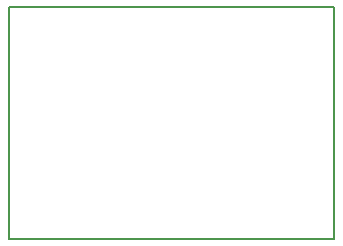
<source format=gm1>
G04 MADE WITH FRITZING*
G04 WWW.FRITZING.ORG*
G04 DOUBLE SIDED*
G04 HOLES PLATED*
G04 CONTOUR ON CENTER OF CONTOUR VECTOR*
%ASAXBY*%
%FSLAX23Y23*%
%MOIN*%
%OFA0B0*%
%SFA1.0B1.0*%
%ADD10R,1.091070X0.780480*%
%ADD11C,0.008000*%
%ADD10C,0.008*%
%LNCONTOUR*%
G90*
G70*
G54D10*
G54D11*
X4Y776D02*
X1087Y776D01*
X1087Y4D01*
X4Y4D01*
X4Y776D01*
D02*
G04 End of contour*
M02*
</source>
